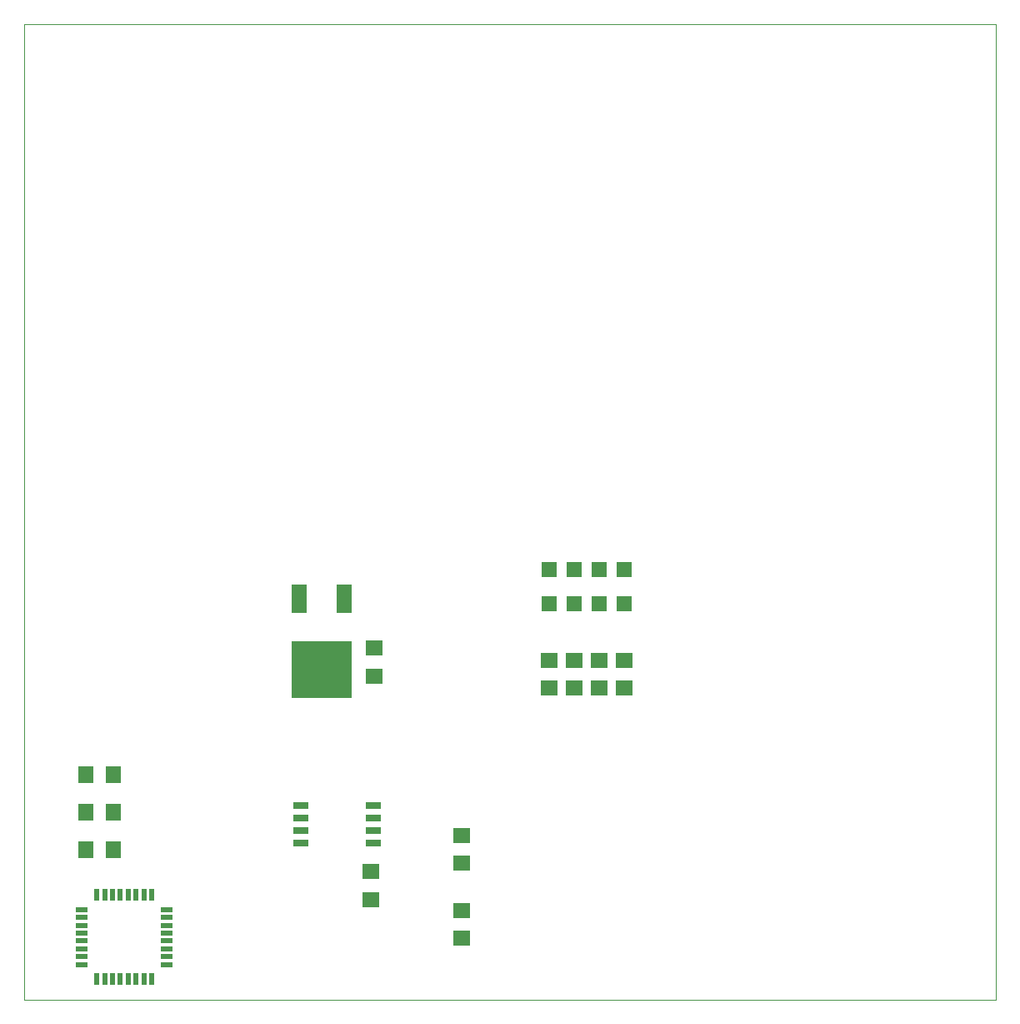
<source format=gtp>
G75*
%MOIN*%
%OFA0B0*%
%FSLAX24Y24*%
%IPPOS*%
%LPD*%
%AMOC8*
5,1,8,0,0,1.08239X$1,22.5*
%
%ADD10C,0.0000*%
%ADD11R,0.0500X0.0220*%
%ADD12R,0.0220X0.0500*%
%ADD13R,0.0630X0.0250*%
%ADD14R,0.0709X0.0630*%
%ADD15R,0.0591X0.0591*%
%ADD16R,0.0630X0.0709*%
%ADD17R,0.0630X0.1181*%
%ADD18R,0.2441X0.2283*%
%ADD19R,0.0710X0.0630*%
D10*
X000535Y000450D02*
X000535Y039446D01*
X039405Y039446D01*
X039405Y000450D01*
X000535Y000450D01*
D11*
X002845Y001848D03*
X002845Y002163D03*
X002845Y002478D03*
X002845Y002793D03*
X002845Y003107D03*
X002845Y003422D03*
X002845Y003737D03*
X002845Y004052D03*
X006225Y004052D03*
X006225Y003737D03*
X006225Y003422D03*
X006225Y003107D03*
X006225Y002793D03*
X006225Y002478D03*
X006225Y002163D03*
X006225Y001848D03*
D12*
X005637Y001260D03*
X005322Y001260D03*
X005008Y001260D03*
X004693Y001260D03*
X004378Y001260D03*
X004063Y001260D03*
X003748Y001260D03*
X003433Y001260D03*
X003433Y004640D03*
X003748Y004640D03*
X004063Y004640D03*
X004378Y004640D03*
X004693Y004640D03*
X005008Y004640D03*
X005322Y004640D03*
X005637Y004640D03*
D13*
X011585Y006700D03*
X011585Y007200D03*
X011585Y007700D03*
X011585Y008200D03*
X014485Y008200D03*
X014485Y007700D03*
X014485Y007200D03*
X014485Y006700D03*
D14*
X018035Y007001D03*
X018035Y005899D03*
X018035Y004001D03*
X018035Y002899D03*
X021535Y012899D03*
X022535Y012899D03*
X023535Y012899D03*
X024535Y012899D03*
X024535Y014001D03*
X023535Y014001D03*
X022535Y014001D03*
X021535Y014001D03*
D15*
X021535Y016261D03*
X022535Y016261D03*
X023535Y016261D03*
X024535Y016261D03*
X024535Y017639D03*
X023535Y017639D03*
X022535Y017639D03*
X021535Y017639D03*
D16*
X004086Y009450D03*
X002984Y009450D03*
X002984Y007950D03*
X004086Y007950D03*
X004086Y006450D03*
X002984Y006450D03*
D17*
X011535Y016477D03*
X013335Y016477D03*
D18*
X012435Y013650D03*
D19*
X014535Y013390D03*
X014535Y014510D03*
X014385Y005560D03*
X014385Y004440D03*
M02*

</source>
